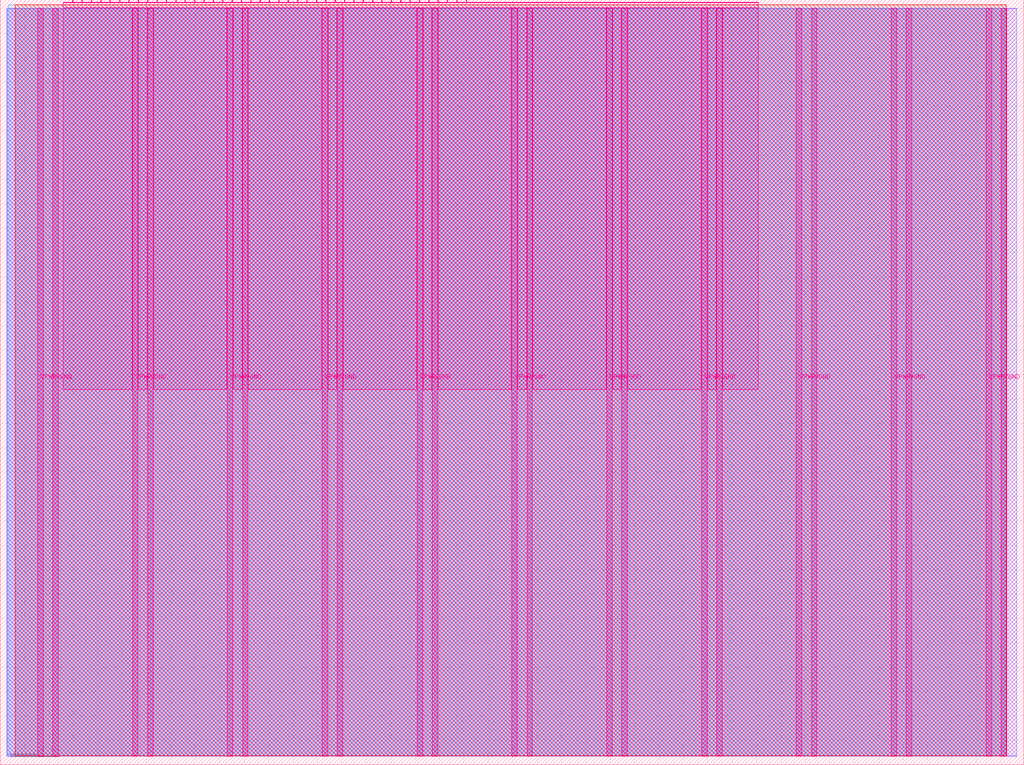
<source format=lef>
VERSION 5.7 ;
  NOWIREEXTENSIONATPIN ON ;
  DIVIDERCHAR "/" ;
  BUSBITCHARS "[]" ;
MACRO tt_um_wokwi_413386991502909441
  CLASS BLOCK ;
  FOREIGN tt_um_wokwi_413386991502909441 ;
  ORIGIN 0.000 0.000 ;
  SIZE 419.520 BY 313.740 ;
  PIN VGND
    DIRECTION INOUT ;
    USE GROUND ;
    PORT
      LAYER Metal5 ;
        RECT 21.580 3.560 23.780 310.180 ;
    END
    PORT
      LAYER Metal5 ;
        RECT 60.450 3.560 62.650 310.180 ;
    END
    PORT
      LAYER Metal5 ;
        RECT 99.320 3.560 101.520 310.180 ;
    END
    PORT
      LAYER Metal5 ;
        RECT 138.190 3.560 140.390 310.180 ;
    END
    PORT
      LAYER Metal5 ;
        RECT 177.060 3.560 179.260 310.180 ;
    END
    PORT
      LAYER Metal5 ;
        RECT 215.930 3.560 218.130 310.180 ;
    END
    PORT
      LAYER Metal5 ;
        RECT 254.800 3.560 257.000 310.180 ;
    END
    PORT
      LAYER Metal5 ;
        RECT 293.670 3.560 295.870 310.180 ;
    END
    PORT
      LAYER Metal5 ;
        RECT 332.540 3.560 334.740 310.180 ;
    END
    PORT
      LAYER Metal5 ;
        RECT 371.410 3.560 373.610 310.180 ;
    END
    PORT
      LAYER Metal5 ;
        RECT 410.280 3.560 412.480 310.180 ;
    END
  END VGND
  PIN VPWR
    DIRECTION INOUT ;
    USE POWER ;
    PORT
      LAYER Metal5 ;
        RECT 15.380 3.560 17.580 310.180 ;
    END
    PORT
      LAYER Metal5 ;
        RECT 54.250 3.560 56.450 310.180 ;
    END
    PORT
      LAYER Metal5 ;
        RECT 93.120 3.560 95.320 310.180 ;
    END
    PORT
      LAYER Metal5 ;
        RECT 131.990 3.560 134.190 310.180 ;
    END
    PORT
      LAYER Metal5 ;
        RECT 170.860 3.560 173.060 310.180 ;
    END
    PORT
      LAYER Metal5 ;
        RECT 209.730 3.560 211.930 310.180 ;
    END
    PORT
      LAYER Metal5 ;
        RECT 248.600 3.560 250.800 310.180 ;
    END
    PORT
      LAYER Metal5 ;
        RECT 287.470 3.560 289.670 310.180 ;
    END
    PORT
      LAYER Metal5 ;
        RECT 326.340 3.560 328.540 310.180 ;
    END
    PORT
      LAYER Metal5 ;
        RECT 365.210 3.560 367.410 310.180 ;
    END
    PORT
      LAYER Metal5 ;
        RECT 404.080 3.560 406.280 310.180 ;
    END
  END VPWR
  PIN clk
    DIRECTION INPUT ;
    USE SIGNAL ;
    ANTENNAGATEAREA 0.426400 ;
    PORT
      LAYER Metal5 ;
        RECT 187.050 312.740 187.350 313.740 ;
    END
  END clk
  PIN ena
    DIRECTION INPUT ;
    USE SIGNAL ;
    PORT
      LAYER Metal5 ;
        RECT 190.890 312.740 191.190 313.740 ;
    END
  END ena
  PIN rst_n
    DIRECTION INPUT ;
    USE SIGNAL ;
    ANTENNAGATEAREA 0.213200 ;
    PORT
      LAYER Metal5 ;
        RECT 183.210 312.740 183.510 313.740 ;
    END
  END rst_n
  PIN ui_in[0]
    DIRECTION INPUT ;
    USE SIGNAL ;
    ANTENNAGATEAREA 0.213200 ;
    PORT
      LAYER Metal5 ;
        RECT 179.370 312.740 179.670 313.740 ;
    END
  END ui_in[0]
  PIN ui_in[1]
    DIRECTION INPUT ;
    USE SIGNAL ;
    ANTENNAGATEAREA 0.213200 ;
    PORT
      LAYER Metal5 ;
        RECT 175.530 312.740 175.830 313.740 ;
    END
  END ui_in[1]
  PIN ui_in[2]
    DIRECTION INPUT ;
    USE SIGNAL ;
    ANTENNAGATEAREA 0.314600 ;
    PORT
      LAYER Metal5 ;
        RECT 171.690 312.740 171.990 313.740 ;
    END
  END ui_in[2]
  PIN ui_in[3]
    DIRECTION INPUT ;
    USE SIGNAL ;
    ANTENNAGATEAREA 0.180700 ;
    PORT
      LAYER Metal5 ;
        RECT 167.850 312.740 168.150 313.740 ;
    END
  END ui_in[3]
  PIN ui_in[4]
    DIRECTION INPUT ;
    USE SIGNAL ;
    ANTENNAGATEAREA 0.213200 ;
    PORT
      LAYER Metal5 ;
        RECT 164.010 312.740 164.310 313.740 ;
    END
  END ui_in[4]
  PIN ui_in[5]
    DIRECTION INPUT ;
    USE SIGNAL ;
    ANTENNAGATEAREA 0.213200 ;
    PORT
      LAYER Metal5 ;
        RECT 160.170 312.740 160.470 313.740 ;
    END
  END ui_in[5]
  PIN ui_in[6]
    DIRECTION INPUT ;
    USE SIGNAL ;
    ANTENNAGATEAREA 0.213200 ;
    PORT
      LAYER Metal5 ;
        RECT 156.330 312.740 156.630 313.740 ;
    END
  END ui_in[6]
  PIN ui_in[7]
    DIRECTION INPUT ;
    USE SIGNAL ;
    ANTENNAGATEAREA 0.213200 ;
    PORT
      LAYER Metal5 ;
        RECT 152.490 312.740 152.790 313.740 ;
    END
  END ui_in[7]
  PIN uio_in[0]
    DIRECTION INPUT ;
    USE SIGNAL ;
    PORT
      LAYER Metal5 ;
        RECT 148.650 312.740 148.950 313.740 ;
    END
  END uio_in[0]
  PIN uio_in[1]
    DIRECTION INPUT ;
    USE SIGNAL ;
    PORT
      LAYER Metal5 ;
        RECT 144.810 312.740 145.110 313.740 ;
    END
  END uio_in[1]
  PIN uio_in[2]
    DIRECTION INPUT ;
    USE SIGNAL ;
    PORT
      LAYER Metal5 ;
        RECT 140.970 312.740 141.270 313.740 ;
    END
  END uio_in[2]
  PIN uio_in[3]
    DIRECTION INPUT ;
    USE SIGNAL ;
    PORT
      LAYER Metal5 ;
        RECT 137.130 312.740 137.430 313.740 ;
    END
  END uio_in[3]
  PIN uio_in[4]
    DIRECTION INPUT ;
    USE SIGNAL ;
    PORT
      LAYER Metal5 ;
        RECT 133.290 312.740 133.590 313.740 ;
    END
  END uio_in[4]
  PIN uio_in[5]
    DIRECTION INPUT ;
    USE SIGNAL ;
    PORT
      LAYER Metal5 ;
        RECT 129.450 312.740 129.750 313.740 ;
    END
  END uio_in[5]
  PIN uio_in[6]
    DIRECTION INPUT ;
    USE SIGNAL ;
    PORT
      LAYER Metal5 ;
        RECT 125.610 312.740 125.910 313.740 ;
    END
  END uio_in[6]
  PIN uio_in[7]
    DIRECTION INPUT ;
    USE SIGNAL ;
    PORT
      LAYER Metal5 ;
        RECT 121.770 312.740 122.070 313.740 ;
    END
  END uio_in[7]
  PIN uio_oe[0]
    DIRECTION OUTPUT ;
    USE SIGNAL ;
    ANTENNADIFFAREA 0.706400 ;
    PORT
      LAYER Metal5 ;
        RECT 56.490 312.740 56.790 313.740 ;
    END
  END uio_oe[0]
  PIN uio_oe[1]
    DIRECTION OUTPUT ;
    USE SIGNAL ;
    ANTENNADIFFAREA 0.706400 ;
    PORT
      LAYER Metal5 ;
        RECT 52.650 312.740 52.950 313.740 ;
    END
  END uio_oe[1]
  PIN uio_oe[2]
    DIRECTION OUTPUT ;
    USE SIGNAL ;
    ANTENNADIFFAREA 0.706400 ;
    PORT
      LAYER Metal5 ;
        RECT 48.810 312.740 49.110 313.740 ;
    END
  END uio_oe[2]
  PIN uio_oe[3]
    DIRECTION OUTPUT ;
    USE SIGNAL ;
    ANTENNADIFFAREA 0.706400 ;
    PORT
      LAYER Metal5 ;
        RECT 44.970 312.740 45.270 313.740 ;
    END
  END uio_oe[3]
  PIN uio_oe[4]
    DIRECTION OUTPUT ;
    USE SIGNAL ;
    ANTENNADIFFAREA 0.706400 ;
    PORT
      LAYER Metal5 ;
        RECT 41.130 312.740 41.430 313.740 ;
    END
  END uio_oe[4]
  PIN uio_oe[5]
    DIRECTION OUTPUT ;
    USE SIGNAL ;
    ANTENNADIFFAREA 0.706400 ;
    PORT
      LAYER Metal5 ;
        RECT 37.290 312.740 37.590 313.740 ;
    END
  END uio_oe[5]
  PIN uio_oe[6]
    DIRECTION OUTPUT ;
    USE SIGNAL ;
    ANTENNADIFFAREA 0.706400 ;
    PORT
      LAYER Metal5 ;
        RECT 33.450 312.740 33.750 313.740 ;
    END
  END uio_oe[6]
  PIN uio_oe[7]
    DIRECTION OUTPUT ;
    USE SIGNAL ;
    ANTENNADIFFAREA 0.706400 ;
    PORT
      LAYER Metal5 ;
        RECT 29.610 312.740 29.910 313.740 ;
    END
  END uio_oe[7]
  PIN uio_out[0]
    DIRECTION OUTPUT ;
    USE SIGNAL ;
    ANTENNADIFFAREA 0.706400 ;
    PORT
      LAYER Metal5 ;
        RECT 87.210 312.740 87.510 313.740 ;
    END
  END uio_out[0]
  PIN uio_out[1]
    DIRECTION OUTPUT ;
    USE SIGNAL ;
    ANTENNADIFFAREA 0.706400 ;
    PORT
      LAYER Metal5 ;
        RECT 83.370 312.740 83.670 313.740 ;
    END
  END uio_out[1]
  PIN uio_out[2]
    DIRECTION OUTPUT ;
    USE SIGNAL ;
    ANTENNADIFFAREA 0.706400 ;
    PORT
      LAYER Metal5 ;
        RECT 79.530 312.740 79.830 313.740 ;
    END
  END uio_out[2]
  PIN uio_out[3]
    DIRECTION OUTPUT ;
    USE SIGNAL ;
    ANTENNADIFFAREA 0.706400 ;
    PORT
      LAYER Metal5 ;
        RECT 75.690 312.740 75.990 313.740 ;
    END
  END uio_out[3]
  PIN uio_out[4]
    DIRECTION OUTPUT ;
    USE SIGNAL ;
    ANTENNADIFFAREA 0.706400 ;
    PORT
      LAYER Metal5 ;
        RECT 71.850 312.740 72.150 313.740 ;
    END
  END uio_out[4]
  PIN uio_out[5]
    DIRECTION OUTPUT ;
    USE SIGNAL ;
    ANTENNADIFFAREA 0.706400 ;
    PORT
      LAYER Metal5 ;
        RECT 68.010 312.740 68.310 313.740 ;
    END
  END uio_out[5]
  PIN uio_out[6]
    DIRECTION OUTPUT ;
    USE SIGNAL ;
    ANTENNADIFFAREA 0.706400 ;
    PORT
      LAYER Metal5 ;
        RECT 64.170 312.740 64.470 313.740 ;
    END
  END uio_out[6]
  PIN uio_out[7]
    DIRECTION OUTPUT ;
    USE SIGNAL ;
    ANTENNADIFFAREA 0.706400 ;
    PORT
      LAYER Metal5 ;
        RECT 60.330 312.740 60.630 313.740 ;
    END
  END uio_out[7]
  PIN uo_out[0]
    DIRECTION OUTPUT ;
    USE SIGNAL ;
    ANTENNADIFFAREA 0.706400 ;
    PORT
      LAYER Metal5 ;
        RECT 117.930 312.740 118.230 313.740 ;
    END
  END uo_out[0]
  PIN uo_out[1]
    DIRECTION OUTPUT ;
    USE SIGNAL ;
    ANTENNADIFFAREA 0.733200 ;
    PORT
      LAYER Metal5 ;
        RECT 114.090 312.740 114.390 313.740 ;
    END
  END uo_out[1]
  PIN uo_out[2]
    DIRECTION OUTPUT ;
    USE SIGNAL ;
    ANTENNADIFFAREA 0.733200 ;
    PORT
      LAYER Metal5 ;
        RECT 110.250 312.740 110.550 313.740 ;
    END
  END uo_out[2]
  PIN uo_out[3]
    DIRECTION OUTPUT ;
    USE SIGNAL ;
    ANTENNADIFFAREA 0.733200 ;
    PORT
      LAYER Metal5 ;
        RECT 106.410 312.740 106.710 313.740 ;
    END
  END uo_out[3]
  PIN uo_out[4]
    DIRECTION OUTPUT ;
    USE SIGNAL ;
    ANTENNADIFFAREA 0.733200 ;
    PORT
      LAYER Metal5 ;
        RECT 102.570 312.740 102.870 313.740 ;
    END
  END uo_out[4]
  PIN uo_out[5]
    DIRECTION OUTPUT ;
    USE SIGNAL ;
    ANTENNADIFFAREA 0.706400 ;
    PORT
      LAYER Metal5 ;
        RECT 98.730 312.740 99.030 313.740 ;
    END
  END uo_out[5]
  PIN uo_out[6]
    DIRECTION OUTPUT ;
    USE SIGNAL ;
    ANTENNADIFFAREA 0.706400 ;
    PORT
      LAYER Metal5 ;
        RECT 94.890 312.740 95.190 313.740 ;
    END
  END uo_out[6]
  PIN uo_out[7]
    DIRECTION OUTPUT ;
    USE SIGNAL ;
    ANTENNADIFFAREA 0.654800 ;
    PORT
      LAYER Metal5 ;
        RECT 91.050 312.740 91.350 313.740 ;
    END
  END uo_out[7]
  OBS
      LAYER GatPoly ;
        RECT 2.880 3.630 416.640 310.110 ;
      LAYER Metal1 ;
        RECT 2.880 3.560 416.640 310.180 ;
      LAYER Metal2 ;
        RECT 2.605 3.680 412.345 310.060 ;
      LAYER Metal3 ;
        RECT 3.260 3.635 412.300 311.785 ;
      LAYER Metal4 ;
        RECT 6.095 3.680 412.345 311.740 ;
      LAYER Metal5 ;
        RECT 25.820 312.530 29.400 312.740 ;
        RECT 30.120 312.530 33.240 312.740 ;
        RECT 33.960 312.530 37.080 312.740 ;
        RECT 37.800 312.530 40.920 312.740 ;
        RECT 41.640 312.530 44.760 312.740 ;
        RECT 45.480 312.530 48.600 312.740 ;
        RECT 49.320 312.530 52.440 312.740 ;
        RECT 53.160 312.530 56.280 312.740 ;
        RECT 57.000 312.530 60.120 312.740 ;
        RECT 60.840 312.530 63.960 312.740 ;
        RECT 64.680 312.530 67.800 312.740 ;
        RECT 68.520 312.530 71.640 312.740 ;
        RECT 72.360 312.530 75.480 312.740 ;
        RECT 76.200 312.530 79.320 312.740 ;
        RECT 80.040 312.530 83.160 312.740 ;
        RECT 83.880 312.530 87.000 312.740 ;
        RECT 87.720 312.530 90.840 312.740 ;
        RECT 91.560 312.530 94.680 312.740 ;
        RECT 95.400 312.530 98.520 312.740 ;
        RECT 99.240 312.530 102.360 312.740 ;
        RECT 103.080 312.530 106.200 312.740 ;
        RECT 106.920 312.530 110.040 312.740 ;
        RECT 110.760 312.530 113.880 312.740 ;
        RECT 114.600 312.530 117.720 312.740 ;
        RECT 118.440 312.530 121.560 312.740 ;
        RECT 122.280 312.530 125.400 312.740 ;
        RECT 126.120 312.530 129.240 312.740 ;
        RECT 129.960 312.530 133.080 312.740 ;
        RECT 133.800 312.530 136.920 312.740 ;
        RECT 137.640 312.530 140.760 312.740 ;
        RECT 141.480 312.530 144.600 312.740 ;
        RECT 145.320 312.530 148.440 312.740 ;
        RECT 149.160 312.530 152.280 312.740 ;
        RECT 153.000 312.530 156.120 312.740 ;
        RECT 156.840 312.530 159.960 312.740 ;
        RECT 160.680 312.530 163.800 312.740 ;
        RECT 164.520 312.530 167.640 312.740 ;
        RECT 168.360 312.530 171.480 312.740 ;
        RECT 172.200 312.530 175.320 312.740 ;
        RECT 176.040 312.530 179.160 312.740 ;
        RECT 179.880 312.530 183.000 312.740 ;
        RECT 183.720 312.530 186.840 312.740 ;
        RECT 187.560 312.530 190.680 312.740 ;
        RECT 191.400 312.530 310.660 312.740 ;
        RECT 25.820 310.390 310.660 312.530 ;
        RECT 25.820 153.995 54.040 310.390 ;
        RECT 56.660 153.995 60.240 310.390 ;
        RECT 62.860 153.995 92.910 310.390 ;
        RECT 95.530 153.995 99.110 310.390 ;
        RECT 101.730 153.995 131.780 310.390 ;
        RECT 134.400 153.995 137.980 310.390 ;
        RECT 140.600 153.995 170.650 310.390 ;
        RECT 173.270 153.995 176.850 310.390 ;
        RECT 179.470 153.995 209.520 310.390 ;
        RECT 212.140 153.995 215.720 310.390 ;
        RECT 218.340 153.995 248.390 310.390 ;
        RECT 251.010 153.995 254.590 310.390 ;
        RECT 257.210 153.995 287.260 310.390 ;
        RECT 289.880 153.995 293.460 310.390 ;
        RECT 296.080 153.995 310.660 310.390 ;
  END
END tt_um_wokwi_413386991502909441
END LIBRARY


</source>
